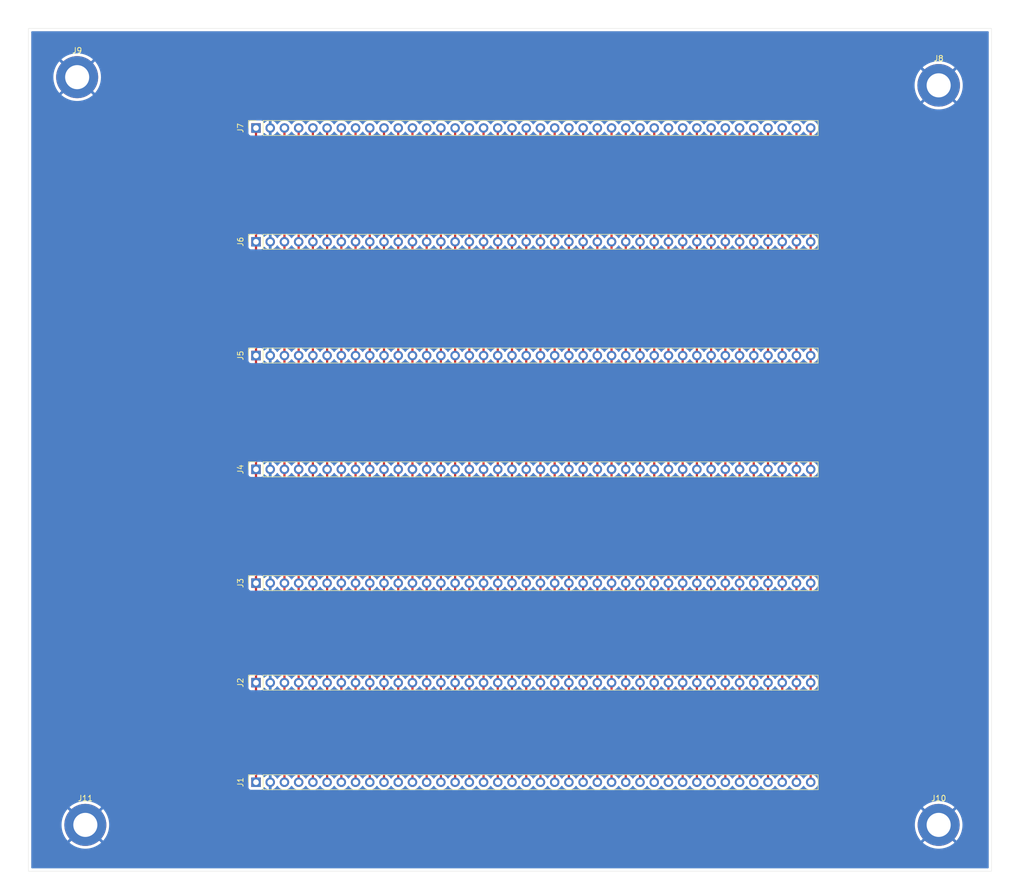
<source format=kicad_pcb>
(kicad_pcb (version 20240108) (generator "pcbnew") (generator_version "8.0")
  (layers (0 "F.Cu" signal) (31 "B.Cu" signal) (34 "B.Paste" user) (35 "F.Paste" user) (36 "B.SilkS" user "B.Silkscreen") (37 "F.SilkS" user "F.Silkscreen") (38 "B.Mask" user) (39 "F.Mask" user) (44 "Edge.Cuts" user))
  (net 0 "")
  (net 1 "Net-(J1-Pin_35)")
  (net 2 "Net-(J1-Pin_14)")
  (net 3 "Net-(J1-Pin_33)")
  (net 4 "+5V")
  (net 5 "Net-(J1-Pin_7)")
  (net 6 "Net-(J1-Pin_32)")
  (net 7 "Net-(J1-Pin_3)")
  (net 8 "Net-(J1-Pin_6)")
  (net 9 "Net-(J1-Pin_29)")
  (net 10 "Net-(J1-Pin_38)")
  (net 11 "Net-(J1-Pin_17)")
  (net 12 "Net-(J1-Pin_12)")
  (net 13 "Net-(J1-Pin_22)")
  (net 14 "Net-(J1-Pin_18)")
  (net 15 "Net-(J1-Pin_30)")
  (net 16 "Net-(J1-Pin_5)")
  (net 17 "Net-(J1-Pin_10)")
  (net 18 "Net-(J1-Pin_26)")
  (net 19 "Net-(J1-Pin_37)")
  (net 20 "Net-(J1-Pin_13)")
  (net 21 "Net-(J1-Pin_4)")
  (net 22 "Net-(J1-Pin_21)")
  (net 23 "Net-(J1-Pin_36)")
  (net 24 "GND")
  (net 25 "Net-(J1-Pin_9)")
  (net 26 "Net-(J1-Pin_24)")
  (net 27 "Net-(J1-Pin_25)")
  (net 28 "Net-(J1-Pin_27)")
  (net 29 "Net-(J1-Pin_28)")
  (net 30 "Net-(J1-Pin_20)")
  (net 31 "Net-(J1-Pin_8)")
  (net 32 "Net-(J1-Pin_31)")
  (net 33 "Net-(J1-Pin_23)")
  (net 34 "Net-(J1-Pin_11)")
  (net 35 "Net-(J1-Pin_39)")
  (net 36 "Net-(J1-Pin_19)")
  (net 37 "Net-(J1-Pin_40)")
  (net 38 "Net-(J1-Pin_16)")
  (net 39 "Net-(J1-Pin_15)")
  (net 40 "Net-(J1-Pin_34)")
  (footprint "Connector_PinSocket_2.54mm:PinSocket_1x40_P2.54mm_Vertical" (layer "F.Cu") (at 40.64 38.1 90)
    (property "Reference" "J6" (at 0 -2.77 90) (layer "F.SilkS"))
    (property "Value" "Conn_01x40_Socket")
    (fp_line (start 1.33 -1.33) (end 1.33 0) (stroke (width 0.12)) (layer "F.SilkS"))
    (fp_line (start 0 -1.33) (end 1.33 -1.33) (stroke (width 0.12)) (layer "F.SilkS"))
    (fp_line (start 1.33 1.27) (end 1.33 100.39) (stroke (width 0.12)) (layer "F.SilkS"))
    (fp_line (start -1.33 1.27) (end 1.33 1.27) (stroke (width 0.12)) (layer "F.SilkS"))
    (fp_line (start -1.33 1.27) (end -1.33 100.39) (stroke (width 0.12)) (layer "F.SilkS"))
    (fp_line (start -1.33 100.39) (end 1.33 100.39) (stroke (width 0.12)) (layer "F.SilkS"))
    (pad "1" thru_hole rect (at 0 0 90) (size 1.7 1.7) (drill 1) (layers "*.Cu" "*.Mask") (net 4 "+5V"))
    (pad "2" thru_hole oval (at 0 2.54 90) (size 1.7 1.7) (drill 1) (layers "*.Cu" "*.Mask") (net 24 "GND"))
    (pad "3" thru_hole oval (at 0 5.08 90) (size 1.7 1.7) (drill 1) (layers "*.Cu" "*.Mask") (net 7 "Net-(J1-Pin_3)"))
    (pad "4" thru_hole oval (at 0 7.62 90) (size 1.7 1.7) (drill 1) (layers "*.Cu" "*.Mask") (net 21 "Net-(J1-Pin_4)"))
    (pad "5" thru_hole oval (at 0 10.16 90) (size 1.7 1.7) (drill 1) (layers "*.Cu" "*.Mask") (net 16 "Net-(J1-Pin_5)"))
    (pad "6" thru_hole oval (at 0 12.7 90) (size 1.7 1.7) (drill 1) (layers "*.Cu" "*.Mask") (net 8 "Net-(J1-Pin_6)"))
    (pad "7" thru_hole oval (at 0 15.24 90) (size 1.7 1.7) (drill 1) (layers "*.Cu" "*.Mask") (net 5 "Net-(J1-Pin_7)"))
    (pad "8" thru_hole oval (at 0 17.78 90) (size 1.7 1.7) (drill 1) (layers "*.Cu" "*.Mask") (net 31 "Net-(J1-Pin_8)"))
    (pad "9" thru_hole oval (at 0 20.32 90) (size 1.7 1.7) (drill 1) (layers "*.Cu" "*.Mask") (net 25 "Net-(J1-Pin_9)"))
    (pad "10" thru_hole oval (at 0 22.86 90) (size 1.7 1.7) (drill 1) (layers "*.Cu" "*.Mask") (net 17 "Net-(J1-Pin_10)"))
    (pad "11" thru_hole oval (at 0 25.4 90) (size 1.7 1.7) (drill 1) (layers "*.Cu" "*.Mask") (net 34 "Net-(J1-Pin_11)"))
    (pad "12" thru_hole oval (at 0 27.94 90) (size 1.7 1.7) (drill 1) (layers "*.Cu" "*.Mask") (net 12 "Net-(J1-Pin_12)"))
    (pad "13" thru_hole oval (at 0 30.48 90) (size 1.7 1.7) (drill 1) (layers "*.Cu" "*.Mask") (net 20 "Net-(J1-Pin_13)"))
    (pad "14" thru_hole oval (at 0 33.02 90) (size 1.7 1.7) (drill 1) (layers "*.Cu" "*.Mask") (net 2 "Net-(J1-Pin_14)"))
    (pad "15" thru_hole oval (at 0 35.56 90) (size 1.7 1.7) (drill 1) (layers "*.Cu" "*.Mask") (net 39 "Net-(J1-Pin_15)"))
    (pad "16" thru_hole oval (at 0 38.1 90) (size 1.7 1.7) (drill 1) (layers "*.Cu" "*.Mask") (net 38 "Net-(J1-Pin_16)"))
    (pad "17" thru_hole oval (at 0 40.64 90) (size 1.7 1.7) (drill 1) (layers "*.Cu" "*.Mask") (net 11 "Net-(J1-Pin_17)"))
    (pad "18" thru_hole oval (at 0 43.18 90) (size 1.7 1.7) (drill 1) (layers "*.Cu" "*.Mask") (net 14 "Net-(J1-Pin_18)"))
    (pad "19" thru_hole oval (at 0 45.72 90) (size 1.7 1.7) (drill 1) (layers "*.Cu" "*.Mask") (net 36 "Net-(J1-Pin_19)"))
    (pad "20" thru_hole oval (at 0 48.26 90) (size 1.7 1.7) (drill 1) (layers "*.Cu" "*.Mask") (net 30 "Net-(J1-Pin_20)"))
    (pad "21" thru_hole oval (at 0 50.8 90) (size 1.7 1.7) (drill 1) (layers "*.Cu" "*.Mask") (net 22 "Net-(J1-Pin_21)"))
    (pad "22" thru_hole oval (at 0 53.34 90) (size 1.7 1.7) (drill 1) (layers "*.Cu" "*.Mask") (net 13 "Net-(J1-Pin_22)"))
    (pad "23" thru_hole oval (at 0 55.88 90) (size 1.7 1.7) (drill 1) (layers "*.Cu" "*.Mask") (net 33 "Net-(J1-Pin_23)"))
    (pad "24" thru_hole oval (at 0 58.42 90) (size 1.7 1.7) (drill 1) (layers "*.Cu" "*.Mask") (net 26 "Net-(J1-Pin_24)"))
    (pad "25" thru_hole oval (at 0 60.96 90) (size 1.7 1.7) (drill 1) (layers "*.Cu" "*.Mask") (net 27 "Net-(J1-Pin_25)"))
    (pad "26" thru_hole oval (at 0 63.5 90) (size 1.7 1.7) (drill 1) (layers "*.Cu" "*.Mask") (net 18 "Net-(J1-Pin_26)"))
    (pad "27" thru_hole oval (at 0 66.04 90) (size 1.7 1.7) (drill 1) (layers "*.Cu" "*.Mask") (net 28 "Net-(J1-Pin_27)"))
    (pad "28" thru_hole oval (at 0 68.58 90) (size 1.7 1.7) (drill 1) (layers "*.Cu" "*.Mask") (net 29 "Net-(J1-Pin_28)"))
    (pad "29" thru_hole oval (at 0 71.12 90) (size 1.7 1.7) (drill 1) (layers "*.Cu" "*.Mask") (net 9 "Net-(J1-Pin_29)"))
    (pad "30" thru_hole oval (at 0 73.66 90) (size 1.7 1.7) (drill 1) (layers "*.Cu" "*.Mask") (net 15 "Net-(J1-Pin_30)"))
    (pad "31" thru_hole oval (at 0 76.2 90) (size 1.7 1.7) (drill 1) (layers "*.Cu" "*.Mask") (net 32 "Net-(J1-Pin_31)"))
    (pad "32" thru_hole oval (at 0 78.74 90) (size 1.7 1.7) (drill 1) (layers "*.Cu" "*.Mask") (net 6 "Net-(J1-Pin_32)"))
    (pad "33" thru_hole oval (at 0 81.28 90) (size 1.7 1.7) (drill 1) (layers "*.Cu" "*.Mask") (net 3 "Net-(J1-Pin_33)"))
    (pad "34" thru_hole oval (at 0 83.82 90) (size 1.7 1.7) (drill 1) (layers "*.Cu" "*.Mask") (net 40 "Net-(J1-Pin_34)"))
    (pad "35" thru_hole oval (at 0 86.36 90) (size 1.7 1.7) (drill 1) (layers "*.Cu" "*.Mask") (net 1 "Net-(J1-Pin_35)"))
    (pad "36" thru_hole oval (at 0 88.9 90) (size 1.7 1.7) (drill 1) (layers "*.Cu" "*.Mask") (net 23 "Net-(J1-Pin_36)"))
    (pad "37" thru_hole oval (at 0 91.44 90) (size 1.7 1.7) (drill 1) (layers "*.Cu" "*.Mask") (net 19 "Net-(J1-Pin_37)"))
    (pad "38" thru_hole oval (at 0 93.98 90) (size 1.7 1.7) (drill 1) (layers "*.Cu" "*.Mask") (net 10 "Net-(J1-Pin_38)"))
    (pad "39" thru_hole oval (at 0 96.52 90) (size 1.7 1.7) (drill 1) (layers "*.Cu" "*.Mask") (net 35 "Net-(J1-Pin_39)"))
    (pad "40" thru_hole oval (at 0 99.06 90) (size 1.7 1.7) (drill 1) (layers "*.Cu" "*.Mask") (net 37 "Net-(J1-Pin_40)"))
  )
  (footprint "Connector_PinSocket_2.54mm:PinSocket_1x40_P2.54mm_Vertical" (layer "F.Cu") (at 40.64 58.42 90)
    (property "Reference" "J5" (at 0 -2.77 90) (layer "F.SilkS"))
    (property "Value" "Conn_01x40_Socket")
    (fp_line (start 1.33 -1.33) (end 1.33 0) (stroke (width 0.12)) (layer "F.SilkS"))
    (fp_line (start 0 -1.33) (end 1.33 -1.33) (stroke (width 0.12)) (layer "F.SilkS"))
    (fp_line (start 1.33 1.27) (end 1.33 100.39) (stroke (width 0.12)) (layer "F.SilkS"))
    (fp_line (start -1.33 1.27) (end 1.33 1.27) (stroke (width 0.12)) (layer "F.SilkS"))
    (fp_line (start -1.33 1.27) (end -1.33 100.39) (stroke (width 0.12)) (layer "F.SilkS"))
    (fp_line (start -1.33 100.39) (end 1.33 100.39) (stroke (width 0.12)) (layer "F.SilkS"))
    (pad "1" thru_hole rect (at 0 0 90) (size 1.7 1.7) (drill 1) (layers "*.Cu" "*.Mask") (net 4 "+5V"))
    (pad "2" thru_hole oval (at 0 2.54 90) (size 1.7 1.7) (drill 1) (layers "*.Cu" "*.Mask") (net 24 "GND"))
    (pad "3" thru_hole oval (at 0 5.08 90) (size 1.7 1.7) (drill 1) (layers "*.Cu" "*.Mask") (net 7 "Net-(J1-Pin_3)"))
    (pad "4" thru_hole oval (at 0 7.62 90) (size 1.7 1.7) (drill 1) (layers "*.Cu" "*.Mask") (net 21 "Net-(J1-Pin_4)"))
    (pad "5" thru_hole oval (at 0 10.16 90) (size 1.7 1.7) (drill 1) (layers "*.Cu" "*.Mask") (net 16 "Net-(J1-Pin_5)"))
    (pad "6" thru_hole oval (at 0 12.7 90) (size 1.7 1.7) (drill 1) (layers "*.Cu" "*.Mask") (net 8 "Net-(J1-Pin_6)"))
    (pad "7" thru_hole oval (at 0 15.24 90) (size 1.7 1.7) (drill 1) (layers "*.Cu" "*.Mask") (net 5 "Net-(J1-Pin_7)"))
    (pad "8" thru_hole oval (at 0 17.78 90) (size 1.7 1.7) (drill 1) (layers "*.Cu" "*.Mask") (net 31 "Net-(J1-Pin_8)"))
    (pad "9" thru_hole oval (at 0 20.32 90) (size 1.7 1.7) (drill 1) (layers "*.Cu" "*.Mask") (net 25 "Net-(J1-Pin_9)"))
    (pad "10" thru_hole oval (at 0 22.86 90) (size 1.7 1.7) (drill 1) (layers "*.Cu" "*.Mask") (net 17 "Net-(J1-Pin_10)"))
    (pad "11" thru_hole oval (at 0 25.4 90) (size 1.7 1.7) (drill 1) (layers "*.Cu" "*.Mask") (net 34 "Net-(J1-Pin_11)"))
    (pad "12" thru_hole oval (at 0 27.94 90) (size 1.7 1.7) (drill 1) (layers "*.Cu" "*.Mask") (net 12 "Net-(J1-Pin_12)"))
    (pad "13" thru_hole oval (at 0 30.48 90) (size 1.7 1.7) (drill 1) (layers "*.Cu" "*.Mask") (net 20 "Net-(J1-Pin_13)"))
    (pad "14" thru_hole oval (at 0 33.02 90) (size 1.7 1.7) (drill 1) (layers "*.Cu" "*.Mask") (net 2 "Net-(J1-Pin_14)"))
    (pad "15" thru_hole oval (at 0 35.56 90) (size 1.7 1.7) (drill 1) (layers "*.Cu" "*.Mask") (net 39 "Net-(J1-Pin_15)"))
    (pad "16" thru_hole oval (at 0 38.1 90) (size 1.7 1.7) (drill 1) (layers "*.Cu" "*.Mask") (net 38 "Net-(J1-Pin_16)"))
    (pad "17" thru_hole oval (at 0 40.64 90) (size 1.7 1.7) (drill 1) (layers "*.Cu" "*.Mask") (net 11 "Net-(J1-Pin_17)"))
    (pad "18" thru_hole oval (at 0 43.18 90) (size 1.7 1.7) (drill 1) (layers "*.Cu" "*.Mask") (net 14 "Net-(J1-Pin_18)"))
    (pad "19" thru_hole oval (at 0 45.72 90) (size 1.7 1.7) (drill 1) (layers "*.Cu" "*.Mask") (net 36 "Net-(J1-Pin_19)"))
    (pad "20" thru_hole oval (at 0 48.26 90) (size 1.7 1.7) (drill 1) (layers "*.Cu" "*.Mask") (net 30 "Net-(J1-Pin_20)"))
    (pad "21" thru_hole oval (at 0 50.8 90) (size 1.7 1.7) (drill 1) (layers "*.Cu" "*.Mask") (net 22 "Net-(J1-Pin_21)"))
    (pad "22" thru_hole oval (at 0 53.34 90) (size 1.7 1.7) (drill 1) (layers "*.Cu" "*.Mask") (net 13 "Net-(J1-Pin_22)"))
    (pad "23" thru_hole oval (at 0 55.88 90) (size 1.7 1.7) (drill 1) (layers "*.Cu" "*.Mask") (net 33 "Net-(J1-Pin_23)"))
    (pad "24" thru_hole oval (at 0 58.42 90) (size 1.7 1.7) (drill 1) (layers "*.Cu" "*.Mask") (net 26 "Net-(J1-Pin_24)"))
    (pad "25" thru_hole oval (at 0 60.96 90) (size 1.7 1.7) (drill 1) (layers "*.Cu" "*.Mask") (net 27 "Net-(J1-Pin_25)"))
    (pad "26" thru_hole oval (at 0 63.5 90) (size 1.7 1.7) (drill 1) (layers "*.Cu" "*.Mask") (net 18 "Net-(J1-Pin_26)"))
    (pad "27" thru_hole oval (at 0 66.04 90) (size 1.7 1.7) (drill 1) (layers "*.Cu" "*.Mask") (net 28 "Net-(J1-Pin_27)"))
    (pad "28" thru_hole oval (at 0 68.58 90) (size 1.7 1.7) (drill 1) (layers "*.Cu" "*.Mask") (net 29 "Net-(J1-Pin_28)"))
    (pad "29" thru_hole oval (at 0 71.12 90) (size 1.7 1.7) (drill 1) (layers "*.Cu" "*.Mask") (net 9 "Net-(J1-Pin_29)"))
    (pad "30" thru_hole oval (at 0 73.66 90) (size 1.7 1.7) (drill 1) (layers "*.Cu" "*.Mask") (net 15 "Net-(J1-Pin_30)"))
    (pad "31" thru_hole oval (at 0 76.2 90) (size 1.7 1.7) (drill 1) (layers "*.Cu" "*.Mask") (net 32 "Net-(J1-Pin_31)"))
    (pad "32" thru_hole oval (at 0 78.74 90) (size 1.7 1.7) (drill 1) (layers "*.Cu" "*.Mask") (net 6 "Net-(J1-Pin_32)"))
    (pad "33" thru_hole oval (at 0 81.28 90) (size 1.7 1.7) (drill 1) (layers "*.Cu" "*.Mask") (net 3 "Net-(J1-Pin_33)"))
    (pad "34" thru_hole oval (at 0 83.82 90) (size 1.7 1.7) (drill 1) (layers "*.Cu" "*.Mask") (net 40 "Net-(J1-Pin_34)"))
    (pad "35" thru_hole oval (at 0 86.36 90) (size 1.7 1.7) (drill 1) (layers "*.Cu" "*.Mask") (net 1 "Net-(J1-Pin_35)"))
    (pad "36" thru_hole oval (at 0 88.9 90) (size 1.7 1.7) (drill 1) (layers "*.Cu" "*.Mask") (net 23 "Net-(J1-Pin_36)"))
    (pad "37" thru_hole oval (at 0 91.44 90) (size 1.7 1.7) (drill 1) (layers "*.Cu" "*.Mask") (net 19 "Net-(J1-Pin_37)"))
    (pad "38" thru_hole oval (at 0 93.98 90) (size 1.7 1.7) (drill 1) (layers "*.Cu" "*.Mask") (net 10 "Net-(J1-Pin_38)"))
    (pad "39" thru_hole oval (at 0 96.52 90) (size 1.7 1.7) (drill 1) (layers "*.Cu" "*.Mask") (net 35 "Net-(J1-Pin_39)"))
    (pad "40" thru_hole oval (at 0 99.06 90) (size 1.7 1.7) (drill 1) (layers "*.Cu" "*.Mask") (net 37 "Net-(J1-Pin_40)"))
  )
  (footprint "Connector_PinSocket_2.54mm:PinSocket_1x40_P2.54mm_Vertical" (layer "F.Cu") (at 40.64 17.78 90)
    (property "Reference" "J7" (at 0 -2.77 90) (layer "F.SilkS"))
    (property "Value" "Conn_01x40_Socket")
    (fp_line (start 1.33 -1.33) (end 1.33 0) (stroke (width 0.12)) (layer "F.SilkS"))
    (fp_line (start 0 -1.33) (end 1.33 -1.33) (stroke (width 0.12)) (layer "F.SilkS"))
    (fp_line (start 1.33 1.27) (end 1.33 100.39) (stroke (width 0.12)) (layer "F.SilkS"))
    (fp_line (start -1.33 1.27) (end 1.33 1.27) (stroke (width 0.12)) (layer "F.SilkS"))
    (fp_line (start -1.33 1.27) (end -1.33 100.39) (stroke (width 0.12)) (layer "F.SilkS"))
    (fp_line (start -1.33 100.39) (end 1.33 100.39) (stroke (width 0.12)) (layer "F.SilkS"))
    (pad "1" thru_hole rect (at 0 0 90) (size 1.7 1.7) (drill 1) (layers "*.Cu" "*.Mask") (net 4 "+5V"))
    (pad "2" thru_hole oval (at 0 2.54 90) (size 1.7 1.7) (drill 1) (layers "*.Cu" "*.Mask") (net 24 "GND"))
    (pad "3" thru_hole oval (at 0 5.08 90) (size 1.7 1.7) (drill 1) (layers "*.Cu" "*.Mask") (net 7 "Net-(J1-Pin_3)"))
    (pad "4" thru_hole oval (at 0 7.62 90) (size 1.7 1.7) (drill 1) (layers "*.Cu" "*.Mask") (net 21 "Net-(J1-Pin_4)"))
    (pad "5" thru_hole oval (at 0 10.16 90) (size 1.7 1.7) (drill 1) (layers "*.Cu" "*.Mask") (net 16 "Net-(J1-Pin_5)"))
    (pad "6" thru_hole oval (at 0 12.7 90) (size 1.7 1.7) (drill 1) (layers "*.Cu" "*.Mask") (net 8 "Net-(J1-Pin_6)"))
    (pad "7" thru_hole oval (at 0 15.24 90) (size 1.7 1.7) (drill 1) (layers "*.Cu" "*.Mask") (net 5 "Net-(J1-Pin_7)"))
    (pad "8" thru_hole oval (at 0 17.78 90) (size 1.7 1.7) (drill 1) (layers "*.Cu" "*.Mask") (net 31 "Net-(J1-Pin_8)"))
    (pad "9" thru_hole oval (at 0 20.32 90) (size 1.7 1.7) (drill 1) (layers "*.Cu" "*.Mask") (net 25 "Net-(J1-Pin_9)"))
    (pad "10" thru_hole oval (at 0 22.86 90) (size 1.7 1.7) (drill 1) (layers "*.Cu" "*.Mask") (net 17 "Net-(J1-Pin_10)"))
    (pad "11" thru_hole oval (at 0 25.4 90) (size 1.7 1.7) (drill 1) (layers "*.Cu" "*.Mask") (net 34 "Net-(J1-Pin_11)"))
    (pad "12" thru_hole oval (at 0 27.94 90) (size 1.7 1.7) (drill 1) (layers "*.Cu" "*.Mask") (net 12 "Net-(J1-Pin_12)"))
    (pad "13" thru_hole oval (at 0 30.48 90) (size 1.7 1.7) (drill 1) (layers "*.Cu" "*.Mask") (net 20 "Net-(J1-Pin_13)"))
    (pad "14" thru_hole oval (at 0 33.02 90) (size 1.7 1.7) (drill 1) (layers "*.Cu" "*.Mask") (net 2 "Net-(J1-Pin_14)"))
    (pad "15" thru_hole oval (at 0 35.56 90) (size 1.7 1.7) (drill 1) (layers "*.Cu" "*.Mask") (net 39 "Net-(J1-Pin_15)"))
    (pad "16" thru_hole oval (at 0 38.1 90) (size 1.7 1.7) (drill 1) (layers "*.Cu" "*.Mask") (net 38 "Net-(J1-Pin_16)"))
    (pad "17" thru_hole oval (at 0 40.64 90) (size 1.7 1.7) (drill 1) (layers "*.Cu" "*.Mask") (net 11 "Net-(J1-Pin_17)"))
    (pad "18" thru_hole oval (at 0 43.18 90) (size 1.7 1.7) (drill 1) (layers "*.Cu" "*.Mask") (net 14 "Net-(J1-Pin_18)"))
    (pad "19" thru_hole oval (at 0 45.72 90) (size 1.7 1.7) (drill 1) (layers "*.Cu" "*.Mask") (net 36 "Net-(J1-Pin_19)"))
    (pad "20" thru_hole oval (at 0 48.26 90) (size 1.7 1.7) (drill 1) (layers "*.Cu" "*.Mask") (net 30 "Net-(J1-Pin_20)"))
    (pad "21" thru_hole oval (at 0 50.8 90) (size 1.7 1.7) (drill 1) (layers "*.Cu" "*.Mask") (net 22 "Net-(J1-Pin_21)"))
    (pad "22" thru_hole oval (at 0 53.34 90) (size 1.7 1.7) (drill 1) (layers "*.Cu" "*.Mask") (net 13 "Net-(J1-Pin_22)"))
    (pad "23" thru_hole oval (at 0 55.88 90) (size 1.7 1.7) (drill 1) (layers "*.Cu" "*.Mask") (net 33 "Net-(J1-Pin_23)"))
    (pad "24" thru_hole oval (at 0 58.42 90) (size 1.7 1.7) (drill 1) (layers "*.Cu" "*.Mask") (net 26 "Net-(J1-Pin_24)"))
    (pad "25" thru_hole oval (at 0 60.96 90) (size 1.7 1.7) (drill 1) (layers "*.Cu" "*.Mask") (net 27 "Net-(J1-Pin_25)"))
    (pad "26" thru_hole oval (at 0 63.5 90) (size 1.7 1.7) (drill 1) (layers "*.Cu" "*.Mask") (net 18 "Net-(J1-Pin_26)"))
    (pad "27" thru_hole oval (at 0 66.04 90) (size 1.7 1.7) (drill 1) (layers "*.Cu" "*.Mask") (net 28 "Net-(J1-Pin_27)"))
    (pad "28" thru_hole oval (at 0 68.58 90) (size 1.7 1.7) (drill 1) (layers "*.Cu" "*.Mask") (net 29 "Net-(J1-Pin_28)"))
    (pad "29" thru_hole oval (at 0 71.12 90) (size 1.7 1.7) (drill 1) (layers "*.Cu" "*.Mask") (net 9 "Net-(J1-Pin_29)"))
    (pad "30" thru_hole oval (at 0 73.66 90) (size 1.7 1.7) (drill 1) (layers "*.Cu" "*.Mask") (net 15 "Net-(J1-Pin_30)"))
    (pad "31" thru_hole oval (at 0 76.2 90) (size 1.7 1.7) (drill 1) (layers "*.Cu" "*.Mask") (net 32 "Net-(J1-Pin_31)"))
    (pad "32" thru_hole oval (at 0 78.74 90) (size 1.7 1.7) (drill 1) (layers "*.Cu" "*.Mask") (net 6 "Net-(J1-Pin_32)"))
    (pad "33" thru_hole oval (at 0 81.28 90) (size 1.7 1.7) (drill 1) (layers "*.Cu" "*.Mask") (net 3 "Net-(J1-Pin_33)"))
    (pad "34" thru_hole oval (at 0 83.82 90) (size 1.7 1.7) (drill 1) (layers "*.Cu" "*.Mask") (net 40 "Net-(J1-Pin_34)"))
    (pad "35" thru_hole oval (at 0 86.36 90) (size 1.7 1.7) (drill 1) (layers "*.Cu" "*.Mask") (net 1 "Net-(J1-Pin_35)"))
    (pad "36" thru_hole oval (at 0 88.9 90) (size 1.7 1.7) (drill 1) (layers "*.Cu" "*.Mask") (net 23 "Net-(J1-Pin_36)"))
    (pad "37" thru_hole oval (at 0 91.44 90) (size 1.7 1.7) (drill 1) (layers "*.Cu" "*.Mask") (net 19 "Net-(J1-Pin_37)"))
    (pad "38" thru_hole oval (at 0 93.98 90) (size 1.7 1.7) (drill 1) (layers "*.Cu" "*.Mask") (net 10 "Net-(J1-Pin_38)"))
    (pad "39" thru_hole oval (at 0 96.52 90) (size 1.7 1.7) (drill 1) (layers "*.Cu" "*.Mask") (net 35 "Net-(J1-Pin_39)"))
    (pad "40" thru_hole oval (at 0 99.06 90) (size 1.7 1.7) (drill 1) (layers "*.Cu" "*.Mask") (net 37 "Net-(J1-Pin_40)"))
  )
  (footprint "MountingHole:MountingHole_4.3mm_M4_ISO7380_Pad" (layer "F.Cu") (at 162.56 10.16)
    (property "Reference" "J8" (at 0 -4.8 0) (layer "F.SilkS"))
    (property "Value" "Conn_01x01_Socket")
    (pad "1" thru_hole circle (at 0 0) (size 7.6 7.6) (drill 4.3) (layers "*.Cu" "*.Mask") (net 24 "GND"))
  )
  (footprint "Connector_PinSocket_2.54mm:PinSocket_1x40_P2.54mm_Vertical" (layer "F.Cu") (at 40.64 116.84 90)
    (property "Reference" "J2" (at 0 -2.77 90) (layer "F.SilkS"))
    (property "Value" "Conn_01x40_Socket")
    (fp_line (start 1.33 -1.33) (end 1.33 0) (stroke (width 0.12)) (layer "F.SilkS"))
    (fp_line (start 0 -1.33) (end 1.33 -1.33) (stroke (width 0.12)) (layer "F.SilkS"))
    (fp_line (start 1.33 1.27) (end 1.33 100.39) (stroke (width 0.12)) (layer "F.SilkS"))
    (fp_line (start -1.33 1.27) (end 1.33 1.27) (stroke (width 0.12)) (layer "F.SilkS"))
    (fp_line (start -1.33 1.27) (end -1.33 100.39) (stroke (width 0.12)) (layer "F.SilkS"))
    (fp_line (start -1.33 100.39) (end 1.33 100.39) (stroke (width 0.12)) (layer "F.SilkS"))
    (pad "1" thru_hole rect (at 0 0 90) (size 1.7 1.7) (drill 1) (layers "*.Cu" "*.Mask") (net 4 "+5V"))
    (pad "2" thru_hole oval (at 0 2.54 90) (size 1.7 1.7) (drill 1) (layers "*.Cu" "*.Mask") (net 24 "GND"))
    (pad "3" thru_hole oval (at 0 5.08 90) (size 1.7 1.7) (drill 1) (layers "*.Cu" "*.Mask") (net 7 "Net-(J1-Pin_3)"))
    (pad "4" thru_hole oval (at 0 7.62 90) (size 1.7 1.7) (drill 1) (layers "*.Cu" "*.Mask") (net 21 "Net-(J1-Pin_4)"))
    (pad "5" thru_hole oval (at 0 10.16 90) (size 1.7 1.7) (drill 1) (layers "*.Cu" "*.Mask") (net 16 "Net-(J1-Pin_5)"))
    (pad "6" thru_hole oval (at 0 12.7 90) (size 1.7 1.7) (drill 1) (layers "*.Cu" "*.Mask") (net 8 "Net-(J1-Pin_6)"))
    (pad "7" thru_hole oval (at 0 15.24 90) (size 1.7 1.7) (drill 1) (layers "*.Cu" "*.Mask") (net 5 "Net-(J1-Pin_7)"))
    (pad "8" thru_hole oval (at 0 17.78 90) (size 1.7 1.7) (drill 1) (layers "*.Cu" "*.Mask") (net 31 "Net-(J1-Pin_8)"))
    (pad "9" thru_hole oval (at 0 20.32 90) (size 1.7 1.7) (drill 1) (layers "*.Cu" "*.Mask") (net 25 "Net-(J1-Pin_9)"))
    (pad "10" thru_hole oval (at 0 22.86 90) (size 1.7 1.7) (drill 1) (layers "*.Cu" "*.Mask") (net 17 "Net-(J1-Pin_10)"))
    (pad "11" thru_hole oval (at 0 25.4 90) (size 1.7 1.7) (drill 1) (layers "*.Cu" "*.Mask") (net 34 "Net-(J1-Pin_11)"))
    (pad "12" thru_hole oval (at 0 27.94 90) (size 1.7 1.7) (drill 1) (layers "*.Cu" "*.Mask") (net 12 "Net-(J1-Pin_12)"))
    (pad "13" thru_hole oval (at 0 30.48 90) (size 1.7 1.7) (drill 1) (layers "*.Cu" "*.Mask") (net 20 "Net-(J1-Pin_13)"))
    (pad "14" thru_hole oval (at 0 33.02 90) (size 1.7 1.7) (drill 1) (layers "*.Cu" "*.Mask") (net 2 "Net-(J1-Pin_14)"))
    (pad "15" thru_hole oval (at 0 35.56 90) (size 1.7 1.7) (drill 1) (layers "*.Cu" "*.Mask") (net 39 "Net-(J1-Pin_15)"))
    (pad "16" thru_hole oval (at 0 38.1 90) (size 1.7 1.7) (drill 1) (layers "*.Cu" "*.Mask") (net 38 "Net-(J1-Pin_16)"))
    (pad "17" thru_hole oval (at 0 40.64 90) (size 1.7 1.7) (drill 1) (layers "*.Cu" "*.Mask") (net 11 "Net-(J1-Pin_17)"))
    (pad "18" thru_hole oval (at 0 43.18 90) (size 1.7 1.7) (drill 1) (layers "*.Cu" "*.Mask") (net 14 "Net-(J1-Pin_18)"))
    (pad "19" thru_hole oval (at 0 45.72 90) (size 1.7 1.7) (drill 1) (layers "*.Cu" "*.Mask") (net 36 "Net-(J1-Pin_19)"))
    (pad "20" thru_hole oval (at 0 48.26 90) (size 1.7 1.7) (drill 1) (layers "*.Cu" "*.Mask") (net 30 "Net-(J1-Pin_20)"))
    (pad "21" thru_hole oval (at 0 50.8 90) (size 1.7 1.7) (drill 1) (layers "*.Cu" "*.Mask") (net 22 "Net-(J1-Pin_21)"))
    (pad "22" thru_hole oval (at 0 53.34 90) (size 1.7 1.7) (drill 1) (layers "*.Cu" "*.Mask") (net 13 "Net-(J1-Pin_22)"))
    (pad "23" thru_hole oval (at 0 55.88 90) (size 1.7 1.7) (drill 1) (layers "*.Cu" "*.Mask") (net 33 "Net-(J1-Pin_23)"))
    (pad "24" thru_hole oval (at 0 58.42 90) (size 1.7 1.7) (drill 1) (layers "*.Cu" "*.Mask") (net 26 "Net-(J1-Pin_24)"))
    (pad "25" thru_hole oval (at 0 60.96 90) (size 1.7 1.7) (drill 1) (layers "*.Cu" "*.Mask") (net 27 "Net-(J1-Pin_25)"))
    (pad "26" thru_hole oval (at 0 63.5 90) (size 1.7 1.7) (drill 1) (layers "*.Cu" "*.Mask") (net 18 "Net-(J1-Pin_26)"))
    (pad "27" thru_hole oval (at 0 66.04 90) (size 1.7 1.7) (drill 1) (layers "*.Cu" "*.Mask") (net 28 "Net-(J1-Pin_27)"))
    (pad "28" thru_hole oval (at 0 68.58 90) (size 1.7 1.7) (drill 1) (layers "*.Cu" "*.Mask") (net 29 "Net-(J1-Pin_28)"))
    (pad "29" thru_hole oval (at 0 71.12 90) (size 1.7 1.7) (drill 1) (layers "*.Cu" "*.Mask") (net 9 "Net-(J1-Pin_29)"))
    (pad "30" thru_hole oval (at 0 73.66 90) (size 1.7 1.7) (drill 1) (layers "*.Cu" "*.Mask") (net 15 "Net-(J1-Pin_30)"))
    (pad "31" thru_hole oval (at 0 76.2 90) (size 1.7 1.7) (drill 1) (layers "*.Cu" "*.Mask") (net 32 "Net-(J1-Pin_31)"))
    (pad "32" thru_hole oval (at 0 78.74 90) (size 1.7 1.7) (drill 1) (layers "*.Cu" "*.Mask") (net 6 "Net-(J1-Pin_32)"))
    (pad "33" thru_hole oval (at 0 81.28 90) (size 1.7 1.7) (drill 1) (layers "*.Cu" "*.Mask") (net 3 "Net-(J1-Pin_33)"))
    (pad "34" thru_hole oval (at 0 83.82 90) (size 1.7 1.7) (drill 1) (layers "*.Cu" "*.Mask") (net 40 "Net-(J1-Pin_34)"))
    (pad "35" thru_hole oval (at 0 86.36 90) (size 1.7 1.7) (drill 1) (layers "*.Cu" "*.Mask") (net 1 "Net-(J1-Pin_35)"))
    (pad "36" thru_hole oval (at 0 88.9 90) (size 1.7 1.7) (drill 1) (layers "*.Cu" "*.Mask") (net 23 "Net-(J1-Pin_36)"))
    (pad "37" thru_hole oval (at 0 91.44 90) (size 1.7 1.7) (drill 1) (layers "*.Cu" "*.Mask") (net 19 "Net-(J1-Pin_37)"))
    (pad "38" thru_hole oval (at 0 93.98 90) (size 1.7 1.7) (drill 1) (layers "*.Cu" "*.Mask") (net 10 "Net-(J1-Pin_38)"))
    (pad "39" thru_hole oval (at 0 96.52 90) (size 1.7 1.7) (drill 1) (layers "*.Cu" "*.Mask") (net 35 "Net-(J1-Pin_39)"))
    (pad "40" thru_hole oval (at 0 99.06 90) (size 1.7 1.7) (drill 1) (layers "*.Cu" "*.Mask") (net 37 "Net-(J1-Pin_40)"))
  )
  (footprint "Connector_PinSocket_2.54mm:PinSocket_1x40_P2.54mm_Vertical" (layer "F.Cu") (at 40.64 134.62 90)
    (property "Reference" "J1" (at 0 -2.77 90) (layer "F.SilkS"))
    (property "Value" "Conn_01x40_Socket")
    (fp_line (start 1.33 -1.33) (end 1.33 0) (stroke (width 0.12)) (layer "F.SilkS"))
    (fp_line (start 0 -1.33) (end 1.33 -1.33) (stroke (width 0.12)) (layer "F.SilkS"))
    (fp_line (start 1.33 1.27) (end 1.33 100.39) (stroke (width 0.12)) (layer "F.SilkS"))
    (fp_line (start -1.33 1.27) (end 1.33 1.27) (stroke (width 0.12)) (layer "F.SilkS"))
    (fp_line (start -1.33 1.27) (end -1.33 100.39) (stroke (width 0.12)) (layer "F.SilkS"))
    (fp_line (start -1.33 100.39) (end 1.33 100.39) (stroke (width 0.12)) (layer "F.SilkS"))
    (pad "1" thru_hole rect (at 0 0 90) (size 1.7 1.7) (drill 1) (layers "*.Cu" "*.Mask") (net 4 "+5V"))
    (pad "2" thru_hole oval (at 0 2.54 90) (size 1.7 1.7) (drill 1) (layers "*.Cu" "*.Mask") (net 24 "GND"))
    (pad "3" thru_hole oval (at 0 5.08 90) (size 1.7 1.7) (drill 1) (layers "*.Cu" "*.Mask") (net 7 "Net-(J1-Pin_3)"))
    (pad "4" thru_hole oval (at 0 7.62 90) (size 1.7 1.7) (drill 1) (layers "*.Cu" "*.Mask") (net 21 "Net-(J1-Pin_4)"))
    (pad "5" thru_hole oval (at 0 10.16 90) (size 1.7 1.7) (drill 1) (layers "*.Cu" "*.Mask") (net 16 "Net-(J1-Pin_5)"))
    (pad "6" thru_hole oval (at 0 12.7 90) (size 1.7 1.7) (drill 1) (layers "*.Cu" "*.Mask") (net 8 "Net-(J1-Pin_6)"))
    (pad "7" thru_hole oval (at 0 15.24 90) (size 1.7 1.7) (drill 1) (layers "*.Cu" "*.Mask") (net 5 "Net-(J1-Pin_7)"))
    (pad "8" thru_hole oval (at 0 17.78 90) (size 1.7 1.7) (drill 1) (layers "*.Cu" "*.Mask") (net 31 "Net-(J1-Pin_8)"))
    (pad "9" thru_hole oval (at 0 20.32 90) (size 1.7 1.7) (drill 1) (layers "*.Cu" "*.Mask") (net 25 "Net-(J1-Pin_9)"))
    (pad "10" thru_hole oval (at 0 22.86 90) (size 1.7 1.7) (drill 1) (layers "*.Cu" "*.Mask") (net 17 "Net-(J1-Pin_10)"))
    (pad "11" thru_hole oval (at 0 25.4 90) (size 1.7 1.7) (drill 1) (layers "*.Cu" "*.Mask") (net 34 "Net-(J1-Pin_11)"))
    (pad "12" thru_hole oval (at 0 27.94 90) (size 1.7 1.7) (drill 1) (layers "*.Cu" "*.Mask") (net 12 "Net-(J1-Pin_12)"))
    (pad "13" thru_hole oval (at 0 30.48 90) (size 1.7 1.7) (drill 1) (layers "*.Cu" "*.Mask") (net 20 "Net-(J1-Pin_13)"))
    (pad "14" thru_hole oval (at 0 33.02 90) (size 1.7 1.7) (drill 1) (layers "*.Cu" "*.Mask") (net 2 "Net-(J1-Pin_14)"))
    (pad "15" thru_hole oval (at 0 35.56 90) (size 1.7 1.7) (drill 1) (layers "*.Cu" "*.Mask") (net 39 "Net-(J1-Pin_15)"))
    (pad "16" thru_hole oval (at 0 38.1 90) (size 1.7 1.7) (drill 1) (layers "*.Cu" "*.Mask") (net 38 "Net-(J1-Pin_16)"))
    (pad "17" thru_hole oval (at 0 40.64 90) (size 1.7 1.7) (drill 1) (layers "*.Cu" "*.Mask") (net 11 "Net-(J1-Pin_17)"))
    (pad "18" thru_hole oval (at 0 43.18 90) (size 1.7 1.7) (drill 1) (layers "*.Cu" "*.Mask") (net 14 "Net-(J1-Pin_18)"))
    (pad "19" thru_hole oval (at 0 45.72 90) (size 1.7 1.7) (drill 1) (layers "*.Cu" "*.Mask") (net 36 "Net-(J1-Pin_19)"))
    (pad "20" thru_hole oval (at 0 48.26 90) (size 1.7 1.7) (drill 1) (layers "*.Cu" "*.Mask") (net 30 "Net-(J1-Pin_20)"))
    (pad "21" thru_hole oval (at 0 50.8 90) (size 1.7 1.7) (drill 1) (layers "*.Cu" "*.Mask") (net 22 "Net-(J1-Pin_21)"))
    (pad "22" thru_hole oval (at 0 53.34 90) (size 1.7 1.7) (drill 1) (layers "*.Cu" "*.Mask") (net 13 "Net-(J1-Pin_22)"))
    (pad "23" thru_hole oval (at 0 55.88 90) (size 1.7 1.7) (drill 1) (layers "*.Cu" "*.Mask") (net 33 "Net-(J1-Pin_23)"))
    (pad "24" thru_hole oval (at 0 58.42 90) (size 1.7 1.7) (drill 1) (layers "*.Cu" "*.Mask") (net 26 "Net-(J1-Pin_24)"))
    (pad "25" thru_hole oval (at 0 60.96 90) (size 1.7 1.7) (drill 1) (layers "*.Cu" "*.Mask") (net 27 "Net-(J1-Pin_25)"))
    (pad "26" thru_hole oval (at 0 63.5 90) (size 1.7 1.7) (drill 1) (layers "*.Cu" "*.Mask") (net 18 "Net-(J1-Pin_26)"))
    (pad "27" thru_hole oval (at 0 66.04 90) (size 1.7 1.7) (drill 1) (layers "*.Cu" "*.Mask") (net 28 "Net-(J1-Pin_27)"))
    (pad "28" thru_hole oval (at 0 68.58 90) (size 1.7 1.7) (drill 1) (layers "*.Cu" "*.Mask") (net 29 "Net-(J1-Pin_28)"))
    (pad "29" thru_hole oval (at 0 71.12 90) (size 1.7 1.7) (drill 1) (layers "*.Cu" "*.Mask") (net 9 "Net-(J1-Pin_29)"))
    (pad "30" thru_hole oval (at 0 73.66 90) (size 1.7 1.7) (drill 1) (layers "*.Cu" "*.Mask") (net 15 "Net-(J1-Pin_30)"))
    (pad "31" thru_hole oval (at 0 76.2 90) (size 1.7 1.7) (drill 1) (layers "*.Cu" "*.Mask") (net 32 "Net-(J1-Pin_31)"))
    (pad "32" thru_hole oval (at 0 78.74 90) (size 1.7 1.7) (drill 1) (layers "*.Cu" "*.Mask") (net 6 "Net-(J1-Pin_32)"))
    (pad "33" thru_hole oval (at 0 81.28 90) (size 1.7 1.7) (drill 1) (layers "*.Cu" "*.Mask") (net 3 "Net-(J1-Pin_33)"))
    (pad "34" thru_hole oval (at 0 83.82 90) (size 1.7 1.7) (drill 1) (layers "*.Cu" "*.Mask") (net 40 "Net-(J1-Pin_34)"))
    (pad "35" thru_hole oval (at 0 86.36 90) (size 1.7 1.7) (drill 1) (layers "*.Cu" "*.Mask") (net 1 "Net-(J1-Pin_35)"))
    (pad "36" thru_hole oval (at 0 88.9 90) (size 1.7 1.7) (drill 1) (layers "*.Cu" "*.Mask") (net 23 "Net-(J1-Pin_36)"))
    (pad "37" thru_hole oval (at 0 91.44 90) (size 1.7 1.7) (drill 1) (layers "*.Cu" "*.Mask") (net 19 "Net-(J1-Pin_37)"))
    (pad "38" thru_hole oval (at 0 93.98 90) (size 1.7 1.7) (drill 1) (layers "*.Cu" "*.Mask") (net 10 "Net-(J1-Pin_38)"))
    (pad "39" thru_hole oval (at 0 96.52 90) (size 1.7 1.7) (drill 1) (layers "*.Cu" "*.Mask") (net 35 "Net-(J1-Pin_39)"))
    (pad "40" thru_hole oval (at 0 99.06 90) (size 1.7 1.7) (drill 1) (layers "*.Cu" "*.Mask") (net 37 "Net-(J1-Pin_40)"))
  )
  (footprint "MountingHole:MountingHole_4.3mm_M4_DIN965_Pad" (layer "F.Cu") (at 10.16 142.24)
    (property "Reference" "J11" (at 0 -4.75 0) (layer "F.SilkS"))
    (property "Value" "Conn_01x01_Socket")
    (pad "1" thru_hole circle (at 0 0) (size 7.5 7.5) (drill 4.3) (layers "*.Cu" "*.Mask") (net 24 "GND"))
  )
  (footprint "Connector_PinSocket_2.54mm:PinSocket_1x40_P2.54mm_Vertical" (layer "F.Cu") (at 40.64 78.74 90)
    (property "Reference" "J4" (at 0 -2.77 90) (layer "F.SilkS"))
    (property "Value" "Conn_01x40_Socket")
    (fp_line (start 1.33 -1.33) (end 1.33 0) (stroke (width 0.12)) (layer "F.SilkS"))
    (fp_line (start 0 -1.33) (end 1.33 -1.33) (stroke (width 0.12)) (layer "F.SilkS"))
    (fp_line (start 1.33 1.27) (end 1.33 100.39) (stroke (width 0.12)) (layer "F.SilkS"))
    (fp_line (start -1.33 1.27) (end 1.33 1.27) (stroke (width 0.12)) (layer "F.SilkS"))
    (fp_line (start -1.33 1.27) (end -1.33 100.39) (stroke (width 0.12)) (layer "F.SilkS"))
    (fp_line (start -1.33 100.39) (end 1.33 100.39) (stroke (width 0.12)) (layer "F.SilkS"))
    (pad "1" thru_hole rect (at 0 0 90) (size 1.7 1.7) (drill 1) (layers "*.Cu" "*.Mask") (net 4 "+5V"))
    (pad "2" thru_hole oval (at 0 2.54 90) (size 1.7 1.7) (drill 1) (layers "*.Cu" "*.Mask") (net 24 "GND"))
    (pad "3" thru_hole oval (at 0 5.08 90) (size 1.7 1.7) (drill 1) (layers "*.Cu" "*.Mask") (net 7 "Net-(J1-Pin_3)"))
    (pad "4" thru_hole oval (at 0 7.62 90) (size 1.7 1.7) (drill 1) (layers "*.Cu" "*.Mask") (net 21 "Net-(J1-Pin_4)"))
    (pad "5" thru_hole oval (at 0 10.16 90) (size 1.7 1.7) (drill 1) (layers "*.Cu" "*.Mask") (net 16 "Net-(J1-Pin_5)"))
    (pad "6" thru_hole oval (at 0 12.7 90) (size 1.7 1.7) (drill 1) (layers "*.Cu" "*.Mask") (net 8 "Net-(J1-Pin_6)"))
    (pad "7" thru_hole oval (at 0 15.24 90) (size 1.7 1.7) (drill 1) (layers "*.Cu" "*.Mask") (net 5 "Net-(J1-Pin_7)"))
    (pad "8" thru_hole oval (at 0 17.78 90) (size 1.7 1.7) (drill 1) (layers "*.Cu" "*.Mask") (net 31 "Net-(J1-Pin_8)"))
    (pad "9" thru_hole oval (at 0 20.32 90) (size 1.7 1.7) (drill 1) (layers "*.Cu" "*.Mask") (net 25 "Net-(J1-Pin_9)"))
    (pad "10" thru_hole oval (at 0 22.86 90) (size 1.7 1.7) (drill 1) (layers "*.Cu" "*.Mask") (net 17 "Net-(J1-Pin_10)"))
    (pad "11" thru_hole oval (at 0 25.4 90) (size 1.7 1.7) (drill 1) (layers "*.Cu" "*.Mask") (net 34 "Net-(J1-Pin_11)"))
    (pad "12" thru_hole oval (at 0 27.94 90) (size 1.7 1.7) (drill 1) (layers "*.Cu" "*.Mask") (net 12 "Net-(J1-Pin_12)"))
    (pad "13" thru_hole oval (at 0 30.48 90) (size 1.7 1.7) (drill 1) (layers "*.Cu" "*.Mask") (net 20 "Net-(J1-Pin_13)"))
    (pad "14" thru_hole oval (at 0 33.02 90) (size 1.7 1.7) (drill 1) (layers "*.Cu" "*.Mask") (net 2 "Net-(J1-Pin_14)"))
    (pad "15" thru_hole oval (at 0 35.56 90) (size 1.7 1.7) (drill 1) (layers "*.Cu" "*.Mask") (net 39 "Net-(J1-Pin_15)"))
    (pad "16" thru_hole oval (at 0 38.1 90) (size 1.7 1.7) (drill 1) (layers "*.Cu" "*.Mask") (net 38 "Net-(J1-Pin_16)"))
    (pad "17" thru_hole oval (at 0 40.64 90) (size 1.7 1.7) (drill 1) (layers "*.Cu" "*.Mask") (net 11 "Net-(J1-Pin_17)"))
    (pad "18" thru_hole oval (at 0 43.18 90) (size 1.7 1.7) (drill 1) (layers "*.Cu" "*.Mask") (net 14 "Net-(J1-Pin_18)"))
    (pad "19" thru_hole oval (at 0 45.72 90) (size 1.7 1.7) (drill 1) (layers "*.Cu" "*.Mask") (net 36 "Net-(J1-Pin_19)"))
    (pad "20" thru_hole oval (at 0 48.26 90) (size 1.7 1.7) (drill 1) (layers "*.Cu" "*.Mask") (net 30 "Net-(J1-Pin_20)"))
    (pad "21" thru_hole oval (at 0 50.8 90) (size 1.7 1.7) (drill 1) (layers "*.Cu" "*.Mask") (net 22 "Net-(J1-Pin_21)"))
    (pad "22" thru_hole oval (at 0 53.34 90) (size 1.7 1.7) (drill 1) (layers "*.Cu" "*.Mask") (net 13 "Net-(J1-Pin_22)"))
    (pad "23" thru_hole oval (at 0 55.88 90) (size 1.7 1.7) (drill 1) (layers "*.Cu" "*.Mask") (net 33 "Net-(J1-Pin_23)"))
    (pad "24" thru_hole oval (at 0 58.42 90) (size 1.7 1.7) (drill 1) (layers "*.Cu" "*.Mask") (net 26 "Net-(J1-Pin_24)"))
    (pad "25" thru_hole oval (at 0 60.96 90) (size 1.7 1.7) (drill 1) (layers "*.Cu" "*.Mask") (net 27 "Net-(J1-Pin_25)"))
    (pad "26" thru_hole oval (at 0 63.5 90) (size 1.7 1.7) (drill 1) (layers "*.Cu" "*.Mask") (net 18 "Net-(J1-Pin_26)"))
    (pad "27" thru_hole oval (at 0 66.04 90) (size 1.7 1.7) (drill 1) (layers "*.Cu" "*.Mask") (net 28 "Net-(J1-Pin_27)"))
    (pad "28" thru_hole oval (at 0 68.58 90) (size 1.7 1.7) (drill 1) (layers "*.Cu" "*.Mask") (net 29 "Net-(J1-Pin_28)"))
    (pad "29" thru_hole oval (at 0 71.12 90) (size 1.7 1.7) (drill 1) (layers "*.Cu" "*.Mask") (net 9 "Net-(J1-Pin_29)"))
    (pad "30" thru_hole oval (at 0 73.66 90) (size 1.7 1.7) (drill 1) (layers "*.Cu" "*.Mask") (net 15 "Net-(J1-Pin_30)"))
    (pad "31" thru_hole oval (at 0 76.2 90) (size 1.7 1.7) (drill 1) (layers "*.Cu" "*.Mask") (net 32 "Net-(J1-Pin_31)"))
    (pad "32" thru_hole oval (at 0 78.74 90) (size 1.7 1.7) (drill 1) (layers "*.Cu" "*.Mask") (net 6 "Net-(J1-Pin_32)"))
    (pad "33" thru_hole oval (at 0 81.28 90) (size 1.7 1.7) (drill 1) (layers "*.Cu" "*.Mask") (net 3 "Net-(J1-Pin_33)"))
    (pad "34" thru_hole oval (at 0 83.82 90) (size 1.7 1.7) (drill 1) (layers "*.Cu" "*.Mask") (net 40 "Net-(J1-Pin_34)"))
    (pad "35" thru_hole oval (at 0 86.36 90) (size 1.7 1.7) (drill 1) (layers "*.Cu" "*.Mask") (net 1 "Net-(J1-Pin_35)"))
    (pad "36" thru_hole oval (at 0 88.9 90) (size 1.7 1.7) (drill 1) (layers "*.Cu" "*.Mask") (net 23 "Net-(J1-Pin_36)"))
    (pad "37" thru_hole oval (at 0 91.44 90) (size 1.7 1.7) (drill 1) (layers "*.Cu" "*.Mask") (net 19 "Net-(J1-Pin_37)"))
    (pad "38" thru_hole oval (at 0 93.98 90) (size 1.7 1.7) (drill 1) (layers "*.Cu" "*.Mask") (net 10 "Net-(J1-Pin_38)"))
    (pad "39" thru_hole oval (at 0 96.52 90) (size 1.7 1.7) (drill 1) (layers "*.Cu" "*.Mask") (net 35 "Net-(J1-Pin_39)"))
    (pad "40" thru_hole oval (at 0 99.06 90) (size 1.7 1.7) (drill 1) (layers "*.Cu" "*.Mask") (net 37 "Net-(J1-Pin_40)"))
  )
  (footprint "MountingHole:MountingHole_4.3mm_M4_DIN965_Pad" (layer "F.Cu") (at 8.7 8.7)
    (property "Reference" "J9" (at 0 -4.75 0) (layer "F.SilkS"))
    (property "Value" "Conn_01x01_Socket")
    (pad "1" thru_hole circle (at 0 0) (size 7.5 7.5) (drill 4.3) (layers "*.Cu" "*.Mask") (net 24 "GND"))
  )
  (footprint "MountingHole:MountingHole_4.3mm_M4_DIN965_Pad" (layer "F.Cu") (at 162.56 142.24)
    (property "Reference" "J10" (at 0 -4.75 0) (layer "F.SilkS"))
    (property "Value" "Conn_01x01_Socket")
    (pad "1" thru_hole circle (at 0 0) (size 7.5 7.5) (drill 4.3) (layers "*.Cu" "*.Mask") (net 24 "GND"))
  )
  (footprint "Connector_PinSocket_2.54mm:PinSocket_1x40_P2.54mm_Vertical" (layer "F.Cu") (at 40.64 99.06 90)
    (property "Reference" "J3" (at 0 -2.77 90) (layer "F.SilkS"))
    (property "Value" "Conn_01x40_Socket")
    (fp_line (start 1.33 -1.33) (end 1.33 0) (stroke (width 0.12)) (layer "F.SilkS"))
    (fp_line (start 0 -1.33) (end 1.33 -1.33) (stroke (width 0.12)) (layer "F.SilkS"))
    (fp_line (start 1.33 1.27) (end 1.33 100.39) (stroke (width 0.12)) (layer "F.SilkS"))
    (fp_line (start -1.33 1.27) (end 1.33 1.27) (stroke (width 0.12)) (layer "F.SilkS"))
    (fp_line (start -1.33 1.27) (end -1.33 100.39) (stroke (width 0.12)) (layer "F.SilkS"))
    (fp_line (start -1.33 100.39) (end 1.33 100.39) (stroke (width 0.12)) (layer "F.SilkS"))
    (pad "1" thru_hole rect (at 0 0 90) (size 1.7 1.7) (drill 1) (layers "*.Cu" "*.Mask") (net 4 "+5V"))
    (pad "2" thru_hole oval (at 0 2.54 90) (size 1.7 1.7) (drill 1) (layers "*.Cu" "*.Mask") (net 24 "GND"))
    (pad "3" thru_hole oval (at 0 5.08 90) (size 1.7 1.7) (drill 1) (layers "*.Cu" "*.Mask") (net 7 "Net-(J1-Pin_3)"))
    (pad "4" thru_hole oval (at 0 7.62 90) (size 1.7 1.7) (drill 1) (layers "*.Cu" "*.Mask") (net 21 "Net-(J1-Pin_4)"))
    (pad "5" thru_hole oval (at 0 10.16 90) (size 1.7 1.7) (drill 1) (layers "*.Cu" "*.Mask") (net 16 "Net-(J1-Pin_5)"))
    (pad "6" thru_hole oval (at 0 12.7 90) (size 1.7 1.7) (drill 1) (layers "*.Cu" "*.Mask") (net 8 "Net-(J1-Pin_6)"))
    (pad "7" thru_hole oval (at 0 15.24 90) (size 1.7 1.7) (drill 1) (layers "*.Cu" "*.Mask") (net 5 "Net-(J1-Pin_7)"))
    (pad "8" thru_hole oval (at 0 17.78 90) (size 1.7 1.7) (drill 1) (layers "*.Cu" "*.Mask") (net 31 "Net-(J1-Pin_8)"))
    (pad "9" thru_hole oval (at 0 20.32 90) (size 1.7 1.7) (drill 1) (layers "*.Cu" "*.Mask") (net 25 "Net-(J1-Pin_9)"))
    (pad "10" thru_hole oval (at 0 22.86 90) (size 1.7 1.7) (drill 1) (layers "*.Cu" "*.Mask") (net 17 "Net-(J1-Pin_10)"))
    (pad "11" thru_hole oval (at 0 25.4 90) (size 1.7 1.7) (drill 1) (layers "*.Cu" "*.Mask") (net 34 "Net-(J1-Pin_11)"))
    (pad "12" thru_hole oval (at 0 27.94 90) (size 1.7 1.7) (drill 1) (layers "*.Cu" "*.Mask") (net 12 "Net-(J1-Pin_12)"))
    (pad "13" thru_hole oval (at 0 30.48 90) (size 1.7 1.7) (drill 1) (layers "*.Cu" "*.Mask") (net 20 "Net-(J1-Pin_13)"))
    (pad "14" thru_hole oval (at 0 33.02 90) (size 1.7 1.7) (drill 1) (layers "*.Cu" "*.Mask") (net 2 "Net-(J1-Pin_14)"))
    (pad "15" thru_hole oval (at 0 35.56 90) (size 1.7 1.7) (drill 1) (layers "*.Cu" "*.Mask") (net 39 "Net-(J1-Pin_15)"))
    (pad "16" thru_hole oval (at 0 38.1 90) (size 1.7 1.7) (drill 1) (layers "*.Cu" "*.Mask") (net 38 "Net-(J1-Pin_16)"))
    (pad "17" thru_hole oval (at 0 40.64 90) (size 1.7 1.7) (drill 1) (layers "*.Cu" "*.Mask") (net 11 "Net-(J1-Pin_17)"))
    (pad "18" thru_hole oval (at 0 43.18 90) (size 1.7 1.7) (drill 1) (layers "*.Cu" "*.Mask") (net 14 "Net-(J1-Pin_18)"))
    (pad "19" thru_hole oval (at 0 45.72 90) (size 1.7 1.7) (drill 1) (layers "*.Cu" "*.Mask") (net 36 "Net-(J1-Pin_19)"))
    (pad "20" thru_hole oval (at 0 48.26 90) (size 1.7 1.7) (drill 1) (layers "*.Cu" "*.Mask") (net 30 "Net-(J1-Pin_20)"))
    (pad "21" thru_hole oval (at 0 50.8 90) (size 1.7 1.7) (drill 1) (layers "*.Cu" "*.Mask") (net 22 "Net-(J1-Pin_21)"))
    (pad "22" thru_hole oval (at 0 53.34 90) (size 1.7 1.7) (drill 1) (layers "*.Cu" "*.Mask") (net 13 "Net-(J1-Pin_22)"))
    (pad "23" thru_hole oval (at 0 55.88 90) (size 1.7 1.7) (drill 1) (layers "*.Cu" "*.Mask") (net 33 "Net-(J1-Pin_23)"))
    (pad "24" thru_hole oval (at 0 58.42 90) (size 1.7 1.7) (drill 1) (layers "*.Cu" "*.Mask") (net 26 "Net-(J1-Pin_24)"))
    (pad "25" thru_hole oval (at 0 60.96 90) (size 1.7 1.7) (drill 1) (layers "*.Cu" "*.Mask") (net 27 "Net-(J1-Pin_25)"))
    (pad "26" thru_hole oval (at 0 63.5 90) (size 1.7 1.7) (drill 1) (layers "*.Cu" "*.Mask") (net 18 "Net-(J1-Pin_26)"))
    (pad "27" thru_hole oval (at 0 66.04 90) (size 1.7 1.7) (drill 1) (layers "*.Cu" "*.Mask") (net 28 "Net-(J1-Pin_27)"))
    (pad "28" thru_hole oval (at 0 68.58 90) (size 1.7 1.7) (drill 1) (layers "*.Cu" "*.Mask") (net 29 "Net-(J1-Pin_28)"))
    (pad "29" thru_hole oval (at 0 71.12 90) (size 1.7 1.7) (drill 1) (layers "*.Cu" "*.Mask") (net 9 "Net-(J1-Pin_29)"))
    (pad "30" thru_hole oval (at 0 73.66 90) (size 1.7 1.7) (drill 1) (layers "*.Cu" "*.Mask") (net 15 "Net-(J1-Pin_30)"))
    (pad "31" thru_hole oval (at 0 76.2 90) (size 1.7 1.7) (drill 1) (layers "*.Cu" "*.Mask") (net 32 "Net-(J1-Pin_31)"))
    (pad "32" thru_hole oval (at 0 78.74 90) (size 1.7 1.7) (drill 1) (layers "*.Cu" "*.Mask") (net 6 "Net-(J1-Pin_32)"))
    (pad "33" thru_hole oval (at 0 81.28 90) (size 1.7 1.7) (drill 1) (layers "*.Cu" "*.Mask") (net 3 "Net-(J1-Pin_33)"))
    (pad "34" thru_hole oval (at 0 83.82 90) (size 1.7 1.7) (drill 1) (layers "*.Cu" "*.Mask") (net 40 "Net-(J1-Pin_34)"))
    (pad "35" thru_hole oval (at 0 86.36 90) (size 1.7 1.7) (drill 1) (layers "*.Cu" "*.Mask") (net 1 "Net-(J1-Pin_35)"))
    (pad "36" thru_hole oval (at 0 88.9 90) (size 1.7 1.7) (drill 1) (layers "*.Cu" "*.Mask") (net 23 "Net-(J1-Pin_36)"))
    (pad "37" thru_hole oval (at 0 91.44 90) (size 1.7 1.7) (drill 1) (layers "*.Cu" "*.Mask") (net 19 "Net-(J1-Pin_37)"))
    (pad "38" thru_hole oval (at 0 93.98 90) (size 1.7 1.7) (drill 1) (layers "*.Cu" "*.Mask") (net 10 "Net-(J1-Pin_38)"))
    (pad "39" thru_hole oval (at 0 96.52 90) (size 1.7 1.7) (drill 1) (layers "*.Cu" "*.Mask") (net 35 "Net-(J1-Pin_39)"))
    (pad "40" thru_hole oval (at 0 99.06 90) (size 1.7 1.7) (drill 1) (layers "*.Cu" "*.Mask") (net 37 "Net-(J1-Pin_40)"))
  )
  (gr_rect (start 0 0) (end 172 150.5) (stroke (width 0.05)) (fill none) (layer "Edge.Cuts"))
  (segment (start 127 134.62) (end 127 17.78) (width 0.4) (layer "F.Cu") (net 1))
  (segment (start 73.66 134.62) (end 73.66 17.78) (width 0.4) (layer "F.Cu") (net 2))
  (segment (start 121.92 134.62) (end 121.92 17.78) (width 0.4) (layer "F.Cu") (net 3))
  (segment (start 40.64 134.62) (end 40.64 17.78) (width 0.4) (layer "F.Cu") (net 4))
  (segment (start 55.88 134.62) (end 55.88 17.78) (width 0.4) (layer "F.Cu") (net 5))
  (segment (start 119.38 134.62) (end 119.38 17.78) (width 0.4) (layer "F.Cu") (net 6))
  (segment (start 45.72 134.62) (end 45.72 17.78) (width 0.4) (layer "F.Cu") (net 7))
  (segment (start 53.34 134.62) (end 53.34 17.78) (width 0.4) (layer "F.Cu") (net 8))
  (segment (start 111.76 134.62) (end 111.76 17.78) (width 0.4) (layer "F.Cu") (net 9))
  (segment (start 134.62 134.62) (end 134.62 17.78) (width 0.4) (layer "F.Cu") (net 10))
  (segment (start 81.28 134.62) (end 81.28 17.78) (width 0.4) (layer "F.Cu") (net 11))
  (segment (start 68.58 134.62) (end 68.58 17.78) (width 0.4) (layer "F.Cu") (net 12))
  (segment (start 93.98 134.62) (end 93.98 17.78) (width 0.4) (layer "F.Cu") (net 13))
  (segment (start 83.82 134.62) (end 83.82 17.78) (width 0.4) (layer "F.Cu") (net 14))
  (segment (start 114.3 134.62) (end 114.3 17.78) (width 0.4) (layer "F.Cu") (net 15))
  (segment (start 50.8 134.62) (end 50.8 17.78) (width 0.4) (layer "F.Cu") (net 16))
  (segment (start 63.5 134.62) (end 63.5 17.78) (width 0.4) (layer "F.Cu") (net 17))
  (segment (start 104.14 134.62) (end 104.14 17.78) (width 0.4) (layer "F.Cu") (net 18))
  (segment (start 132.08 134.62) (end 132.08 17.78) (width 0.4) (layer "F.Cu") (net 19))
  (segment (start 71.12 134.62) (end 71.12 17.78) (width 0.4) (layer "F.Cu") (net 20))
  (segment (start 48.26 134.62) (end 48.26 17.78) (width 0.4) (layer "F.Cu") (net 21))
  (segment (start 91.44 134.62) (end 91.44 17.78) (width 0.4) (layer "F.Cu") (net 22))
  (segment (start 129.54 134.62) (end 129.54 17.78) (width 0.4) (layer "F.Cu") (net 23))
  (segment (start 43.18 134.62) (end 43.18 17.78) (width 0.4) (layer "F.Cu") (net 24))
  (segment (start 60.96 134.62) (end 60.96 17.78) (width 0.4) (layer "F.Cu") (net 25))
  (segment (start 99.06 134.62) (end 99.06 17.78) (width 0.4) (layer "F.Cu") (net 26))
  (segment (start 101.6 134.62) (end 101.6 17.78) (width 0.4) (layer "F.Cu") (net 27))
  (segment (start 106.68 134.62) (end 106.68 17.78) (width 0.4) (layer "F.Cu") (net 28))
  (segment (start 109.22 134.62) (end 109.22 17.78) (width 0.4) (layer "F.Cu") (net 29))
  (segment (start 88.9 134.62) (end 88.9 17.78) (width 0.4) (layer "F.Cu") (net 30))
  (segment (start 58.42 134.62) (end 58.42 17.78) (width 0.4) (layer "F.Cu") (net 31))
  (segment (start 116.84 134.62) (end 116.84 17.78) (width 0.4) (layer "F.Cu") (net 32))
  (segment (start 96.52 134.62) (end 96.52 17.78) (width 0.4) (layer "F.Cu") (net 33))
  (segment (start 66.04 134.62) (end 66.04 17.78) (width 0.4) (layer "F.Cu") (net 34))
  (segment (start 137.16 134.62) (end 137.16 17.78) (width 0.4) (layer "F.Cu") (net 35))
  (segment (start 86.36 134.62) (end 86.36 17.78) (width 0.4) (layer "F.Cu") (net 36))
  (segment (start 139.7 134.62) (end 139.7 17.78) (width 0.4) (layer "F.Cu") (net 37))
  (segment (start 78.74 134.62) (end 78.74 17.78) (width 0.4) (layer "F.Cu") (net 38))
  (segment (start 76.2 134.62) (end 76.2 17.78) (width 0.4) (layer "F.Cu") (net 39))
  (segment (start 124.46 134.62) (end 124.46 17.78) (width 0.4) (layer "F.Cu") (net 40))
  (zone (net 24) (net_name "GND") (layer "B.Cu") (connect_pads (clearance 0.5)) (min_thickness 0.25) (fill yes (thermal_gap 0.5) (thermal_bridge_width 0.5))
    (polygon (pts (xy -5.08 -5.08) (xy -5.08 152.4) (xy 177.8 152.4) (xy 177.8 -5.08)))
  )
)
</source>
